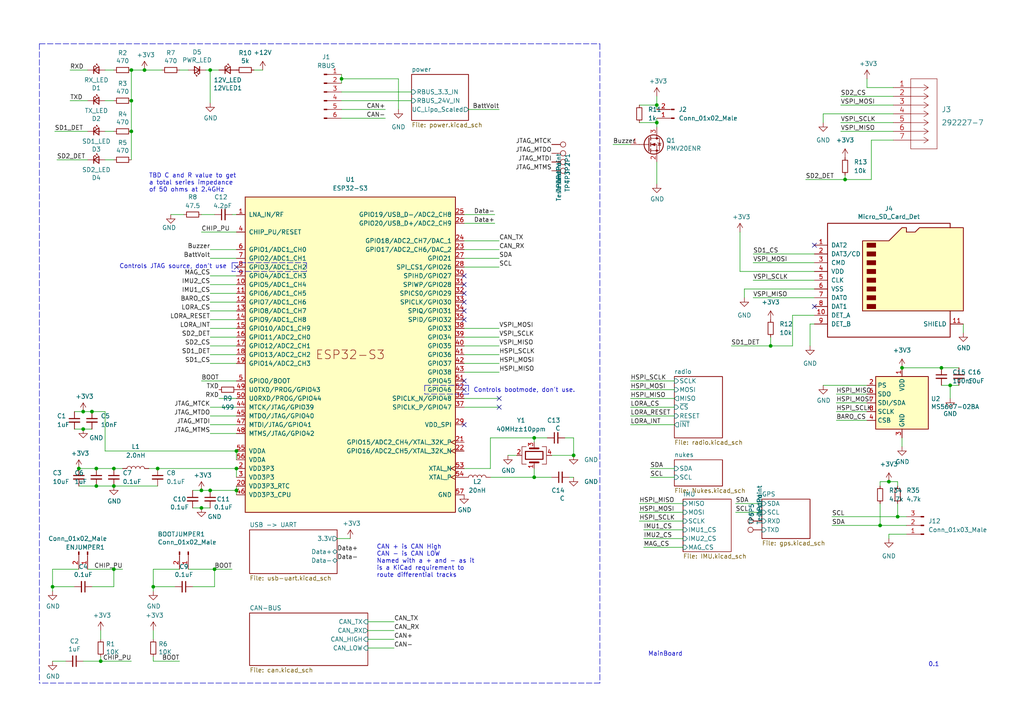
<source format=kicad_sch>
(kicad_sch (version 20211123) (generator eeschema)
  (paper "A4")
  (lib_symbols
    (symbol "Connector:Conn_01x02_Male" (pin_names (offset 1.016) hide)
      (property "Reference" "J" (at 0 2.54 0))
      (property "Value" "Conn_01x02_Male" (at 0 -5.08 0))
      (symbol "Conn_01x02_Male_1_1"
        (pin passive line (at 5.08 0 180) (length 3.81) (name "Pin_1") (number "1"))
        (pin passive line (at 5.08 -2.54 180) (length 3.81) (name "Pin_2") (number "2"))
      )
    )
    (symbol "Connector:Conn_01x03_Male" (pin_names (offset 1.016) hide)
      (property "Reference" "J" (at 0 5.08 0))
      (property "Value" "Conn_01x03_Male" (at 0 -5.08 0))
      (symbol "Conn_01x03_Male_1_1"
        (pin passive line (at 5.08 2.54 180) (length 3.81) (name "Pin_1") (number "1"))
        (pin passive line (at 5.08 0 180) (length 3.81) (name "Pin_2") (number "2"))
        (pin passive line (at 5.08 -2.54 180) (length 3.81) (name "Pin_3") (number "3"))
      )
    )
    (symbol "Connector:Conn_01x06_Male" (pin_names (offset 1.016) hide)
      (property "Reference" "J" (at 0 7.62 0))
      (property "Value" "Conn_01x06_Male" (at 0 -10.16 0))
      (symbol "Conn_01x06_Male_1_1"
        (pin passive line (at 5.08 5.08 180) (length 3.81) (name "Pin_1") (number "1"))
        (pin passive line (at 5.08 2.54 180) (length 3.81) (name "Pin_2") (number "2"))
        (pin passive line (at 5.08 0 180) (length 3.81) (name "Pin_3") (number "3"))
        (pin passive line (at 5.08 -2.54 180) (length 3.81) (name "Pin_4") (number "4"))
        (pin passive line (at 5.08 -5.08 180) (length 3.81) (name "Pin_5") (number "5"))
        (pin passive line (at 5.08 -7.62 180) (length 3.81) (name "Pin_6") (number "6"))
      )
    )
    (symbol "Connector:Micro_SD_Card_Det_Hirose_DM3AT" (pin_names (offset 1.016))
      (property "Reference" "J" (at -16.51 17.78 0))
      (property "Value" "Micro_SD_Card_Det_Hirose_DM3AT" (at 16.51 17.78 0))
      (symbol "Micro_SD_Card_Det_Hirose_DM3AT_1_1"
        (pin bidirectional line (at -22.86 10.16 0) (length 3.81) (name "DAT2") (number "1"))
        (pin passive line (at -22.86 -10.16 0) (length 3.81) (name "DET_A") (number "10"))
        (pin passive line (at 20.32 -12.7 180) (length 3.81) (name "SHIELD") (number "11"))
        (pin bidirectional line (at -22.86 7.62 0) (length 3.81) (name "DAT3/CD") (number "2"))
        (pin input line (at -22.86 5.08 0) (length 3.81) (name "CMD") (number "3"))
        (pin power_in line (at -22.86 2.54 0) (length 3.81) (name "VDD") (number "4"))
        (pin input line (at -22.86 0 0) (length 3.81) (name "CLK") (number "5"))
        (pin power_in line (at -22.86 -2.54 0) (length 3.81) (name "VSS") (number "6"))
        (pin bidirectional line (at -22.86 -5.08 0) (length 3.81) (name "DAT0") (number "7"))
        (pin bidirectional line (at -22.86 -7.62 0) (length 3.81) (name "DAT1") (number "8"))
        (pin passive line (at -22.86 -12.7 0) (length 3.81) (name "DET_B") (number "9"))
      )
    )
    (symbol "Connector:TestPoint" (pin_numbers hide) (pin_names (offset 0.762) hide)
      (property "Reference" "TP" (at 0 6.858 0))
      (property "Value" "TestPoint" (at 0 5.08 0))
      (symbol "TestPoint_1_1"
        (pin passive line (at 0 0 90) (length 2.54) (name "1") (number "1"))
      )
    )
    (symbol "Device:C_Small" (pin_numbers hide) (pin_names (offset 0.254) hide)
      (property "Reference" "C" (at 0.254 1.778 0))
      (property "Value" "C_Small" (at 0.254 -2.032 0))
      (symbol "C_Small_1_1"
        (pin passive line (at 0 2.54 270) (length 2.032) (name "~") (number "1"))
        (pin passive line (at 0 -2.54 90) (length 2.032) (name "~") (number "2"))
      )
    )
    (symbol "Device:Crystal_GND24" (pin_names (offset 1.016) hide)
      (property "Reference" "Y" (at 3.175 5.08 0))
      (property "Value" "Crystal_GND24" (at 3.175 3.175 0))
      (symbol "Crystal_GND24_1_1"
        (pin passive line (at -3.81 0 0) (length 1.27) (name "1") (number "1"))
        (pin passive line (at 0 5.08 270) (length 1.27) (name "2") (number "2"))
        (pin passive line (at 3.81 0 180) (length 1.27) (name "3") (number "3"))
        (pin passive line (at 0 -5.08 90) (length 1.27) (name "4") (number "4"))
      )
    )
    (symbol "Device:L" (pin_numbers hide) (pin_names (offset 1.016) hide)
      (property "Reference" "L" (at -1.27 0 90))
      (property "Value" "L" (at 1.905 0 90))
      (symbol "L_1_1"
        (pin passive line (at 0 3.81 270) (length 1.27) (name "1") (number "1"))
        (pin passive line (at 0 -3.81 90) (length 1.27) (name "2") (number "2"))
      )
    )
    (symbol "Device:LED_Small" (pin_numbers hide) (pin_names (offset 0.254) hide)
      (property "Reference" "D" (at -1.27 3.175 0))
      (property "Value" "LED_Small" (at -4.445 -2.54 0))
      (symbol "LED_Small_1_1"
        (pin passive line (at -2.54 0 0) (length 1.778) (name "K") (number "1"))
        (pin passive line (at 2.54 0 180) (length 1.778) (name "A") (number "2"))
      )
    )
    (symbol "Device:Q_NMOS_GSD" (pin_names (offset 0) hide)
      (property "Reference" "Q" (at 5.08 1.27 0))
      (property "Value" "Q_NMOS_GSD" (at 5.08 -1.27 0))
      (symbol "Q_NMOS_GSD_1_1"
        (pin input line (at -5.08 0 0) (length 2.54) (name "G") (number "1"))
        (pin passive line (at 2.54 -5.08 90) (length 2.54) (name "S") (number "2"))
        (pin passive line (at 2.54 5.08 270) (length 2.54) (name "D") (number "3"))
      )
    )
    (symbol "Device:R_Small" (pin_numbers hide) (pin_names (offset 0.254) hide)
      (property "Reference" "R" (at 0.762 0.508 0))
      (property "Value" "R_Small" (at 0.762 -1.016 0))
      (symbol "R_Small_1_1"
        (pin passive line (at 0 2.54 270) (length 0.762) (name "~") (number "1"))
        (pin passive line (at 0 -2.54 90) (length 0.762) (name "~") (number "2"))
      )
    )
    (symbol "Espressif:ESP32-S3" (pin_names (offset 1.016))
      (property "Reference" "U" (at 0 48.26 0))
      (property "Value" "ESP32-S3" (at 0 -48.26 0))
      (symbol "ESP32-S3_0_0"
        (text "ESP32-S3" (at 0 0 0) (effects (font (size 2.54 2.54))))
        (pin bidirectional line (at 33.02 -12.7 180) (length 2.54) (name "SPICLK_N/GPIO48") (number "36"))
        (pin bidirectional line (at 33.02 -15.24 180) (length 2.54) (name "SPICLK_P/GPIO47") (number "37"))
      )
      (symbol "ESP32-S3_1_1"
        (pin bidirectional line (at -33.02 40.64 0) (length 2.54) (name "LNA_IN/RF") (number "1"))
        (pin bidirectional line (at -33.02 20.32 0) (length 2.54) (name "GPIO5/ADC1_CH4") (number "10"))
        (pin bidirectional line (at -33.02 17.78 0) (length 2.54) (name "GPIO6/ADC1_CH5") (number "11"))
        (pin bidirectional line (at -33.02 15.24 0) (length 2.54) (name "GPIO7/ADC1_CH6") (number "12"))
        (pin bidirectional line (at -33.02 12.7 0) (length 2.54) (name "GPIO8/ADC1_CH7") (number "13"))
        (pin bidirectional line (at -33.02 10.16 0) (length 2.54) (name "GPIO9/ADC1_CH8") (number "14"))
        (pin bidirectional line (at -33.02 7.62 0) (length 2.54) (name "GPIO10/ADC1_CH9") (number "15"))
        (pin bidirectional line (at -33.02 5.08 0) (length 2.54) (name "GPIO11/ADC2_CH0") (number "16"))
        (pin bidirectional line (at -33.02 2.54 0) (length 2.54) (name "GPIO12/ADC2_CH1") (number "17"))
        (pin bidirectional line (at -33.02 0 0) (length 2.54) (name "GPIO13/ADC2_CH2") (number "18"))
        (pin bidirectional line (at -33.02 -2.54 0) (length 2.54) (name "GPIO14/ADC2_CH3") (number "19"))
        (pin power_in line (at -33.02 -33.02 0) (length 2.54) (name "VDD3P3") (number "2"))
        (pin power_in line (at -33.02 -38.1 0) (length 2.54) (name "VDD3P3_RTC") (number "20"))
        (pin input clock (at 33.02 -25.4 180) (length 2.54) (name "GPIO15/ADC2_CH4/XTAL_32K_P") (number "21"))
        (pin output clock (at 33.02 -27.94 180) (length 2.54) (name "GPIO16/ADC2_CH5/XTAL_32K_N") (number "22"))
        (pin bidirectional line (at 33.02 30.48 180) (length 2.54) (name "GPIO17/ADC2_CH6/DAC_2") (number "23"))
        (pin bidirectional line (at 33.02 33.02 180) (length 2.54) (name "GPIO18/ADC2_CH7/DAC_1") (number "24"))
        (pin bidirectional line (at 33.02 40.64 180) (length 2.54) (name "GPIO19/USB_D-/ADC2_CH8") (number "25"))
        (pin bidirectional line (at 33.02 38.1 180) (length 2.54) (name "GPIO20/USB_D+/ADC2_CH9") (number "26"))
        (pin bidirectional line (at 33.02 27.94 180) (length 2.54) (name "GPIO21") (number "27"))
        (pin bidirectional line (at 33.02 25.4 180) (length 2.54) (name "SPI_CS1/GPIO26") (number "28"))
        (pin power_out line (at 33.02 -20.32 180) (length 2.54) (name "VDD_SPI") (number "29"))
        (pin power_in line (at -33.02 -35.56 0) (length 2.54) (name "VDD3P3") (number "3"))
        (pin bidirectional line (at 33.02 22.86 180) (length 2.54) (name "SPIHD/GPIO27") (number "30"))
        (pin bidirectional line (at 33.02 20.32 180) (length 2.54) (name "SPIWP/GPIO28") (number "31"))
        (pin bidirectional line (at 33.02 17.78 180) (length 2.54) (name "SPICS0/GPIO29") (number "32"))
        (pin bidirectional line (at 33.02 15.24 180) (length 2.54) (name "SPICLK/GPIO30") (number "33"))
        (pin bidirectional line (at 33.02 12.7 180) (length 2.54) (name "SPIQ/GPIO31") (number "34"))
        (pin bidirectional line (at 33.02 10.16 180) (length 2.54) (name "SPID/GPIO32") (number "35"))
        (pin bidirectional line (at 33.02 7.62 180) (length 2.54) (name "GPIO33") (number "38"))
        (pin bidirectional line (at 33.02 5.08 180) (length 2.54) (name "GPIO34") (number "39"))
        (pin input line (at -33.02 35.56 0) (length 2.54) (name "CHIP_PU/RESET") (number "4"))
        (pin bidirectional line (at 33.02 2.54 180) (length 2.54) (name "GPIO35") (number "40"))
        (pin bidirectional line (at 33.02 0 180) (length 2.54) (name "GPIO36") (number "41"))
        (pin bidirectional line (at 33.02 -2.54 180) (length 2.54) (name "GPIO37") (number "42"))
        (pin bidirectional line (at 33.02 -5.08 180) (length 2.54) (name "GPIO38") (number "43"))
        (pin bidirectional line (at -33.02 -15.24 0) (length 2.54) (name "MTCK/JTAG/GPIO39") (number "44"))
        (pin bidirectional line (at -33.02 -17.78 0) (length 2.54) (name "MTDO/JTAG/GPIO40") (number "45"))
        (pin power_in line (at -33.02 -40.64 0) (length 2.54) (name "VDD3P3_CPU") (number "46"))
        (pin bidirectional line (at -33.02 -20.32 0) (length 2.54) (name "MTDI/JTAG/GPIO41") (number "47"))
        (pin bidirectional line (at -33.02 -22.86 0) (length 2.54) (name "MTMS/JTAG/GPIO42") (number "48"))
        (pin bidirectional line (at -33.02 -10.16 0) (length 2.54) (name "U0TXD/PROG/GPIO43") (number "49"))
        (pin bidirectional line (at -33.02 -7.62 0) (length 2.54) (name "GPIO0/BOOT") (number "5"))
        (pin bidirectional line (at -33.02 -12.7 0) (length 2.54) (name "U0RXD/PROG/GPIO44") (number "50"))
        (pin bidirectional line (at 33.02 -7.62 180) (length 2.54) (name "GPIO45") (number "51"))
        (pin bidirectional line (at 33.02 -10.16 180) (length 2.54) (name "GPIO46") (number "52"))
        (pin input clock (at 33.02 -33.02 180) (length 2.54) (name "XTAL_N") (number "53"))
        (pin output clock (at 33.02 -35.56 180) (length 2.54) (name "XTAL_P") (number "54"))
        (pin power_in line (at -33.02 -27.94 0) (length 2.54) (name "VDDA") (number "55"))
        (pin power_in line (at -33.02 -30.48 0) (length 2.54) (name "VDDA") (number "56"))
        (pin power_in line (at 33.02 -40.64 180) (length 2.54) (name "GND") (number "57"))
        (pin bidirectional line (at -33.02 30.48 0) (length 2.54) (name "GPIO1/ADC1_CH0") (number "6"))
        (pin bidirectional line (at -33.02 27.94 0) (length 2.54) (name "GPIO2/ADC1_CH1") (number "7"))
        (pin bidirectional line (at -33.02 25.4 0) (length 2.54) (name "GPIO3/ADC1_CH2") (number "8"))
        (pin bidirectional line (at -33.02 22.86 0) (length 2.54) (name "GPIO4/ADC1_CH3") (number "9"))
      )
    )
    (symbol "Sensor_Pressure:MS5607-02BA"
      (property "Reference" "U" (at -6.35 8.89 0))
      (property "Value" "MS5607-02BA" (at 7.62 8.89 0))
      (symbol "MS5607-02BA_1_1"
        (pin power_in line (at 0 10.16 270) (length 2.54) (name "VDD") (number "1"))
        (pin input line (at -10.16 5.08 0) (length 2.54) (name "PS") (number "2"))
        (pin power_in line (at 0 -10.16 90) (length 2.54) (name "GND") (number "3"))
        (pin input line (at -10.16 -5.08 0) (length 2.54) (name "CSB") (number "4"))
        (pin input line (at -10.16 -5.08 0) (length 2.54) hide (name "CSB") (number "5"))
        (pin output line (at -10.16 2.54 0) (length 2.54) (name "SDO") (number "6"))
        (pin bidirectional line (at -10.16 0 0) (length 2.54) (name "SDI/SDA") (number "7"))
        (pin input line (at -10.16 -2.54 0) (length 2.54) (name "SCLK") (number "8"))
      )
    )
    (symbol "iclr:292227-7" (pin_names (offset 0.254) hide)
      (property "Reference" "J" (at 8.89 6.35 0))
      (property "Value" "292227-7" (at 10.16 -7.62 0))
      (symbol "292227-7_1_1"
        (pin unspecified line (at 0 0 0) (length 5.08) (name "1") (number "1"))
        (pin unspecified line (at 0 -2.54 0) (length 5.08) (name "2") (number "2"))
        (pin unspecified line (at 0 -5.08 0) (length 5.08) (name "3") (number "3"))
        (pin unspecified line (at 0 -7.62 0) (length 5.08) (name "4") (number "4"))
        (pin unspecified line (at 0 -10.16 0) (length 5.08) (name "5") (number "5"))
        (pin unspecified line (at 0 -12.7 0) (length 5.08) (name "6") (number "6"))
        (pin unspecified line (at 0 -15.24 0) (length 5.08) (name "7") (number "7"))
      )
    )
    (symbol "power:+12V" (power) (pin_names (offset 0))
      (property "Value" "+12V" (at 0 3.556 0))
      (symbol "+12V_1_1"
        (pin power_in line (at 0 0 90) (length 0) hide (name "+12V") (number "1"))
      )
    )
    (symbol "power:+3.3V" (power) (pin_names (offset 0))
      (property "Value" "+3.3V" (at 0 3.556 0))
      (symbol "+3.3V_1_1"
        (pin power_in line (at 0 0 90) (length 0) hide (name "+3V3") (number "1"))
      )
    )
    (symbol "power:GND" (power) (pin_names (offset 0))
      (property "Value" "GND" (at 0 -3.81 0))
      (symbol "GND_1_1"
        (pin power_in line (at 0 0 270) (length 0) hide (name "GND") (number "1"))
      )
    )
  )
  (junction (at 190.5 30.48))
  (junction (at 45.72 135.89))
  (junction (at 33.02 140.97))
  (junction (at 261.62 106.68))
  (junction (at 273.05 106.68))
  (junction (at 33.02 165.1))
  (junction (at 22.86 135.89))
  (junction (at 41.91 20.32))
  (junction (at 154.94 138.43))
  (junction (at 255.27 152.4))
  (junction (at 24.13 119.38))
  (junction (at 26.67 119.38))
  (junction (at 99.06 22.86))
  (junction (at 15.24 170.18))
  (junction (at 58.42 147.32))
  (junction (at 60.96 142.24))
  (junction (at 33.02 135.89))
  (junction (at 29.21 191.77))
  (junction (at 24.13 124.46))
  (junction (at 38.1 29.21))
  (junction (at 154.94 127))
  (junction (at 44.45 170.18))
  (junction (at 166.37 132.08))
  (junction (at 223.52 100.33))
  (junction (at 62.23 165.1))
  (junction (at 68.58 135.89))
  (junction (at 68.58 130.81))
  (junction (at 27.94 140.97))
  (junction (at 260.35 149.86))
  (junction (at 38.1 38.1))
  (junction (at 257.81 139.7))
  (junction (at 38.1 20.32))
  (junction (at 190.5 35.56))
  (junction (at 245.11 52.07))
  (junction (at 58.42 142.24))
  (junction (at 60.96 20.32))
  (junction (at 27.94 135.89))
  (junction (at 275.59 111.76))
  (junction (at 68.58 142.24))
  (no_connect (at 236.22 71.12))
  (no_connect (at 134.62 110.49))
  (no_connect (at 236.22 88.9))
  (no_connect (at 144.78 118.11))
  (no_connect (at 134.62 90.17))
  (no_connect (at 134.62 80.01))
  (no_connect (at 134.62 92.71))
  (no_connect (at 134.62 113.03))
  (no_connect (at 144.78 115.57))
  (no_connect (at 68.58 77.47))
  (no_connect (at 134.62 123.19))
  (no_connect (at 134.62 82.55))
  (no_connect (at 134.62 85.09))
  (no_connect (at 134.62 87.63))
  (wire (pts (xy 99.06 22.86) (xy 115.57 22.86)))
  (wire (pts (xy 60.96 20.32) (xy 59.69 20.32)))
  (wire (pts (xy 44.45 182.88) (xy 44.45 185.42)))
  (wire (pts (xy 190.5 27.94) (xy 190.5 30.48)))
  (wire (pts (xy 260.35 146.05) (xy 260.35 149.86)))
  (wire (pts (xy 134.62 102.87) (xy 144.78 102.87)))
  (wire (pts (xy 160.02 132.08) (xy 166.37 132.08)))
  (wire (pts (xy 58.42 147.32) (xy 60.96 147.32)))
  (wire (pts (xy 134.62 118.11) (xy 144.78 118.11)))
  (wire (pts (xy 273.05 111.76) (xy 275.59 111.76)))
  (wire (pts (xy 182.88 110.49) (xy 195.58 110.49)))
  (wire (pts (xy 22.86 140.97) (xy 27.94 140.97)))
  (wire (pts (xy 60.96 92.71) (xy 68.58 92.71)))
  (wire (pts (xy 29.21 191.77) (xy 29.21 190.5)))
  (wire (pts (xy 60.96 74.93) (xy 68.58 74.93)))
  (wire (pts (xy 241.3 152.4) (xy 255.27 152.4)))
  (wire (pts (xy 15.24 165.1) (xy 15.24 170.18)))
  (wire (pts (xy 238.76 33.02) (xy 238.76 35.56)))
  (wire (pts (xy 154.94 127) (xy 154.94 128.27)))
  (wire (pts (xy 55.88 142.24) (xy 58.42 142.24)))
  (wire (pts (xy 44.45 165.1) (xy 52.07 165.1)))
  (wire (pts (xy 229.87 100.33) (xy 223.52 100.33)))
  (wire (pts (xy 21.59 119.38) (xy 24.13 119.38)))
  (wire (pts (xy 63.5 20.32) (xy 60.96 20.32)))
  (wire (pts (xy 30.48 20.32) (xy 33.02 20.32)))
  (wire (pts (xy 182.88 120.65) (xy 195.58 120.65)))
  (wire (pts (xy 259.08 40.64) (xy 252.73 40.64)))
  (wire (pts (xy 134.62 95.25) (xy 144.78 95.25)))
  (wire (pts (xy 38.1 20.32) (xy 41.91 20.32)))
  (wire (pts (xy 242.57 119.38) (xy 251.46 119.38)))
  (wire (pts (xy 234.95 100.33) (xy 234.95 93.98)))
  (wire (pts (xy 15.24 170.18) (xy 15.24 171.45)))
  (wire (pts (xy 99.06 21.59) (xy 99.06 22.86)))
  (wire (pts (xy 134.62 97.79) (xy 144.78 97.79)))
  (wire (pts (xy 38.1 29.21) (xy 38.1 38.1)))
  (wire (pts (xy 215.9 83.82) (xy 215.9 86.36)))
  (wire (pts (xy 255.27 140.97) (xy 255.27 139.7)))
  (wire (pts (xy 44.45 165.1) (xy 44.45 170.18)))
  (wire (pts (xy 63.5 115.57) (xy 68.58 115.57)))
  (wire (pts (xy 97.79 156.21) (xy 101.6 156.21)))
  (wire (pts (xy 243.84 27.94) (xy 259.08 27.94)))
  (wire (pts (xy 21.59 170.18) (xy 15.24 170.18)))
  (wire (pts (xy 99.06 22.86) (xy 99.06 24.13)))
  (wire (pts (xy 33.02 140.97) (xy 45.72 140.97)))
  (wire (pts (xy 27.94 135.89) (xy 33.02 135.89)))
  (polyline (pts (xy 123.19 111.76) (xy 123.19 114.3)))
  (wire (pts (xy 52.07 191.77) (xy 44.45 191.77)))
  (polyline (pts (xy 135.89 114.3) (xy 123.19 114.3)))
  (wire (pts (xy 218.44 76.2) (xy 236.22 76.2)))
  (wire (pts (xy 147.32 132.08) (xy 149.86 132.08)))
  (wire (pts (xy 38.1 38.1) (xy 38.1 46.355)))
  (wire (pts (xy 55.88 170.18) (xy 62.23 170.18)))
  (wire (pts (xy 214.63 67.31) (xy 214.63 78.74)))
  (wire (pts (xy 215.9 83.82) (xy 236.22 83.82)))
  (wire (pts (xy 242.57 114.3) (xy 251.46 114.3)))
  (wire (pts (xy 60.96 72.39) (xy 68.58 72.39)))
  (wire (pts (xy 60.96 125.73) (xy 68.58 125.73)))
  (wire (pts (xy 190.5 46.99) (xy 190.5 53.34)))
  (wire (pts (xy 188.595 135.89) (xy 195.58 135.89)))
  (wire (pts (xy 261.62 106.68) (xy 273.05 106.68)))
  (wire (pts (xy 255.27 152.4) (xy 262.89 152.4)))
  (wire (pts (xy 218.44 81.28) (xy 236.22 81.28)))
  (wire (pts (xy 60.96 80.01) (xy 68.58 80.01)))
  (wire (pts (xy 49.53 62.23) (xy 53.34 62.23)))
  (wire (pts (xy 142.24 135.89) (xy 142.24 127)))
  (wire (pts (xy 60.96 90.17) (xy 68.58 90.17)))
  (wire (pts (xy 24.13 191.77) (xy 29.21 191.77)))
  (wire (pts (xy 134.62 74.93) (xy 144.78 74.93)))
  (wire (pts (xy 220.98 148.59) (xy 213.36 148.59)))
  (wire (pts (xy 45.72 135.89) (xy 68.58 135.89)))
  (wire (pts (xy 233.68 52.07) (xy 245.11 52.07)))
  (wire (pts (xy 134.62 72.39) (xy 144.78 72.39)))
  (wire (pts (xy 134.62 107.95) (xy 144.78 107.95)))
  (wire (pts (xy 188.595 138.43) (xy 195.58 138.43)))
  (wire (pts (xy 186.69 158.75) (xy 198.12 158.75)))
  (wire (pts (xy 20.32 20.32) (xy 25.4 20.32)))
  (wire (pts (xy 220.98 146.05) (xy 213.36 146.05)))
  (wire (pts (xy 52.07 20.32) (xy 54.61 20.32)))
  (wire (pts (xy 41.91 20.32) (xy 46.99 20.32)))
  (wire (pts (xy 279.4 96.52) (xy 279.4 93.98)))
  (wire (pts (xy 60.96 142.24) (xy 68.58 142.24)))
  (wire (pts (xy 134.62 69.85) (xy 144.78 69.85)))
  (wire (pts (xy 67.31 62.23) (xy 68.58 62.23)))
  (wire (pts (xy 30.48 130.81) (xy 68.58 130.81)))
  (wire (pts (xy 26.67 170.18) (xy 33.02 170.18)))
  (wire (pts (xy 251.46 25.4) (xy 259.08 25.4)))
  (wire (pts (xy 186.69 156.21) (xy 198.12 156.21)))
  (wire (pts (xy 158.75 127) (xy 154.94 127)))
  (wire (pts (xy 99.06 29.21) (xy 119.38 29.21)))
  (wire (pts (xy 25.4 165.1) (xy 33.02 165.1)))
  (wire (pts (xy 242.57 121.92) (xy 251.46 121.92)))
  (wire (pts (xy 243.84 38.1) (xy 259.08 38.1)))
  (polyline (pts (xy 135.89 111.76) (xy 135.89 114.3)))
  (wire (pts (xy 257.81 139.7) (xy 260.35 139.7)))
  (wire (pts (xy 182.88 41.91) (xy 177.8 41.91)))
  (wire (pts (xy 33.02 170.18) (xy 33.02 165.1)))
  (wire (pts (xy 30.48 29.21) (xy 33.02 29.21)))
  (wire (pts (xy 166.37 127) (xy 163.83 127)))
  (wire (pts (xy 182.88 113.03) (xy 195.58 113.03)))
  (wire (pts (xy 21.59 124.46) (xy 24.13 124.46)))
  (wire (pts (xy 190.5 35.56) (xy 190.5 36.83)))
  (wire (pts (xy 15.24 191.77) (xy 19.05 191.77)))
  (wire (pts (xy 29.21 182.88) (xy 29.21 185.42)))
  (wire (pts (xy 68.58 142.24) (xy 68.58 140.97)))
  (wire (pts (xy 43.18 135.89) (xy 45.72 135.89)))
  (wire (pts (xy 166.37 138.43) (xy 165.1 138.43)))
  (polyline (pts (xy 67.31 76.2) (xy 67.31 78.74)))
  (wire (pts (xy 58.42 142.24) (xy 60.96 142.24)))
  (wire (pts (xy 68.58 142.24) (xy 68.58 143.51)))
  (wire (pts (xy 68.58 130.81) (xy 68.58 133.35)))
  (wire (pts (xy 54.61 165.1) (xy 62.23 165.1)))
  (polyline (pts (xy 11.43 12.7) (xy 11.43 198.12)))
  (wire (pts (xy 24.13 119.38) (xy 26.67 119.38)))
  (wire (pts (xy 229.87 91.44) (xy 229.87 100.33)))
  (wire (pts (xy 106.68 187.96) (xy 114.3 187.96)))
  (wire (pts (xy 106.68 182.88) (xy 114.3 182.88)))
  (wire (pts (xy 60.96 120.65) (xy 68.58 120.65)))
  (wire (pts (xy 60.96 100.33) (xy 68.58 100.33)))
  (polyline (pts (xy 123.19 111.76) (xy 135.89 111.76)))
  (wire (pts (xy 20.32 29.21) (xy 25.4 29.21)))
  (wire (pts (xy 260.35 149.86) (xy 262.89 149.86)))
  (wire (pts (xy 76.2 20.32) (xy 73.66 20.32)))
  (wire (pts (xy 134.62 105.41) (xy 144.78 105.41)))
  (wire (pts (xy 22.86 135.89) (xy 27.94 135.89)))
  (wire (pts (xy 190.5 30.48) (xy 190.5 31.75)))
  (wire (pts (xy 106.68 185.42) (xy 114.3 185.42)))
  (wire (pts (xy 182.88 115.57) (xy 195.58 115.57)))
  (wire (pts (xy 273.05 106.68) (xy 278.13 106.68)))
  (wire (pts (xy 251.46 22.86) (xy 251.46 25.4)))
  (wire (pts (xy 27.94 140.97) (xy 33.02 140.97)))
  (wire (pts (xy 229.87 91.44) (xy 236.22 91.44)))
  (wire (pts (xy 218.44 86.36) (xy 236.22 86.36)))
  (wire (pts (xy 242.57 116.84) (xy 251.46 116.84)))
  (wire (pts (xy 60.96 97.79) (xy 68.58 97.79)))
  (wire (pts (xy 99.06 26.67) (xy 119.38 26.67)))
  (wire (pts (xy 24.13 124.46) (xy 26.67 124.46)))
  (wire (pts (xy 55.88 147.32) (xy 58.42 147.32)))
  (wire (pts (xy 134.62 115.57) (xy 144.78 115.57)))
  (wire (pts (xy 166.37 127) (xy 166.37 132.08)))
  (wire (pts (xy 44.45 170.18) (xy 44.45 171.45)))
  (wire (pts (xy 185.42 35.56) (xy 190.5 35.56)))
  (wire (pts (xy 212.09 100.33) (xy 223.52 100.33)))
  (wire (pts (xy 185.42 30.48) (xy 190.5 30.48)))
  (wire (pts (xy 234.95 93.98) (xy 236.22 93.98)))
  (wire (pts (xy 33.02 165.1) (xy 35.56 165.1)))
  (wire (pts (xy 257.81 154.94) (xy 262.89 154.94)))
  (wire (pts (xy 60.96 95.25) (xy 68.58 95.25)))
  (wire (pts (xy 60.96 102.87) (xy 68.58 102.87)))
  (wire (pts (xy 60.96 118.11) (xy 68.58 118.11)))
  (wire (pts (xy 60.96 85.09) (xy 68.58 85.09)))
  (wire (pts (xy 238.76 111.76) (xy 251.46 111.76)))
  (wire (pts (xy 134.62 100.33) (xy 144.78 100.33)))
  (wire (pts (xy 243.84 30.48) (xy 259.08 30.48)))
  (wire (pts (xy 135.89 31.75) (xy 144.78 31.75)))
  (wire (pts (xy 50.8 170.18) (xy 44.45 170.18)))
  (wire (pts (xy 99.06 31.75) (xy 111.76 31.75)))
  (wire (pts (xy 160.02 138.43) (xy 154.94 138.43)))
  (wire (pts (xy 275.59 115.57) (xy 275.59 111.76)))
  (wire (pts (xy 252.73 40.64) (xy 252.73 52.07)))
  (wire (pts (xy 241.3 149.86) (xy 260.35 149.86)))
  (wire (pts (xy 62.23 170.18) (xy 62.23 165.1)))
  (wire (pts (xy 134.62 77.47) (xy 144.78 77.47)))
  (polyline (pts (xy 11.43 12.7) (xy 173.99 12.7)))
  (polyline (pts (xy 173.99 198.12) (xy 11.43 198.12)))
  (wire (pts (xy 58.42 110.49) (xy 68.58 110.49)))
  (wire (pts (xy 257.81 156.21) (xy 257.81 154.94)))
  (wire (pts (xy 29.21 191.77) (xy 38.1 191.77)))
  (polyline (pts (xy 67.31 76.2) (xy 88.9 76.2)))
  (wire (pts (xy 243.84 35.56) (xy 259.08 35.56)))
  (wire (pts (xy 67.31 165.1) (xy 62.23 165.1)))
  (wire (pts (xy 186.69 153.67) (xy 198.12 153.67)))
  (wire (pts (xy 252.73 52.07) (xy 245.11 52.07)))
  (wire (pts (xy 30.48 38.1) (xy 33.02 38.1)))
  (wire (pts (xy 68.58 135.89) (xy 68.58 138.43)))
  (wire (pts (xy 255.27 146.05) (xy 255.27 152.4)))
  (wire (pts (xy 154.94 135.89) (xy 154.94 138.43)))
  (wire (pts (xy 214.63 78.74) (xy 236.22 78.74)))
  (wire (pts (xy 16.51 46.355) (xy 25.4 46.355)))
  (wire (pts (xy 30.48 46.355) (xy 33.02 46.355)))
  (wire (pts (xy 134.62 135.89) (xy 142.24 135.89)))
  (wire (pts (xy 15.24 165.1) (xy 22.86 165.1)))
  (wire (pts (xy 134.62 62.23) (xy 143.51 62.23)))
  (wire (pts (xy 185.42 151.13) (xy 198.12 151.13)))
  (wire (pts (xy 223.52 100.33) (xy 223.52 97.79)))
  (wire (pts (xy 33.02 135.89) (xy 35.56 135.89)))
  (polyline (pts (xy 88.9 76.2) (xy 88.9 78.74)))
  (wire (pts (xy 245.11 52.07) (xy 245.11 50.8)))
  (wire (pts (xy 182.88 118.11) (xy 195.58 118.11)))
  (wire (pts (xy 60.96 87.63) (xy 68.58 87.63)))
  (wire (pts (xy 58.42 67.31) (xy 68.58 67.31)))
  (wire (pts (xy 185.42 146.05) (xy 198.12 146.05)))
  (wire (pts (xy 15.875 38.1) (xy 25.4 38.1)))
  (wire (pts (xy 182.88 123.19) (xy 195.58 123.19)))
  (wire (pts (xy 60.96 82.55) (xy 68.58 82.55)))
  (wire (pts (xy 106.68 180.34) (xy 114.3 180.34)))
  (wire (pts (xy 60.96 123.19) (xy 68.58 123.19)))
  (wire (pts (xy 275.59 111.76) (xy 278.13 111.76)))
  (wire (pts (xy 60.96 20.32) (xy 60.96 29.845)))
  (wire (pts (xy 260.35 139.7) (xy 260.35 140.97)))
  (wire (pts (xy 218.44 73.66) (xy 236.22 73.66)))
  (wire (pts (xy 255.27 139.7) (xy 257.81 139.7)))
  (wire (pts (xy 185.42 148.59) (xy 198.12 148.59)))
  (wire (pts (xy 261.62 129.54) (xy 261.62 127)))
  (wire (pts (xy 99.06 34.29) (xy 111.76 34.29)))
  (polyline (pts (xy 173.99 12.7) (xy 173.99 198.12)))
  (wire (pts (xy 58.42 62.23) (xy 62.23 62.23)))
  (wire (pts (xy 60.96 105.41) (xy 68.58 105.41)))
  (wire (pts (xy 30.48 119.38) (xy 30.48 130.81)))
  (wire (pts (xy 134.62 64.77) (xy 143.51 64.77)))
  (polyline (pts (xy 88.9 78.74) (xy 67.31 78.74)))
  (wire (pts (xy 115.57 22.86) (xy 115.57 31.75)))
  (wire (pts (xy 238.76 33.02) (xy 259.08 33.02)))
  (wire (pts (xy 190.5 34.29) (xy 190.5 35.56)))
  (wire (pts (xy 142.24 138.43) (xy 154.94 138.43)))
  (wire (pts (xy 44.45 191.77) (xy 44.45 190.5)))
  (wire (pts (xy 142.24 127) (xy 154.94 127)))
  (wire (pts (xy 26.67 119.38) (xy 30.48 119.38)))
  (wire (pts (xy 38.1 20.32) (xy 38.1 29.21)))
  (text "Controls JTAG source, don't use\n" (at 65.8157 78.0878 180) (effects (font (size 1.27 1.27)) (justify right bottom)))
  (text "TBD C and R value to get\na total series impedance\nof 50 ohms at 2.4GHz\n" (at 43.18 55.88 0) (effects (font (size 1.27 1.27)) (justify left bottom)))
  (text "CAN + is CAN High\nCAN - is CAN LOW\nNamed with a + and - as it\nis a KiCad requirement to\nroute differential tracks\n" (at 109.22 167.64 0) (effects (font (size 1.27 1.27)) (justify left bottom)))
  (text "MainBoard\n" (at 187.96 190.5 0) (effects (font (size 1.27 1.27)) (justify left bottom)))
  (text "Controls bootmode, don't use.\n" (at 137.3194 113.9757 0) (effects (font (size 1.27 1.27)) (justify left bottom)))
  (text "0.1\n\n" (at 269.24 195.58 0) (effects (font (size 1.27 1.27)) (justify left bottom)))
  (label "JTAG_MTMS" (at 60.96 125.73 180))
  (label "SDA" (at 213.36 146.05 0))
  (label "LORA_RESET" (at 182.88 120.65 0))
  (label "BOOT" (at 58.42 110.49 0))
  (label "IMU1_CS" (at 60.96 85.09 180))
  (label "HSPI_MOSI" (at 242.57 116.84 0))
  (label "JTAG_MTDO" (at 60.96 120.65 180))
  (label "JTAG_MTDO" (at 160.02 44.45 180))
  (label "IMU2_CS" (at 186.69 156.21 0))
  (label "VSPI_MISO" (at 243.84 38.1 0))
  (label "SD2_CS" (at 60.96 100.33 180))
  (label "LORA_INT" (at 60.96 95.25 180))
  (label "SDA" (at 241.3 152.4 0))
  (label "SCL" (at 241.3 149.86 0))
  (label "VSPI_MISO" (at 144.78 100.33 0))
  (label "CAN_RX" (at 144.78 72.39 0))
  (label "MAG_CS" (at 60.96 80.01 180))
  (label "LORA_CS" (at 182.88 118.11 0))
  (label "TXD" (at 20.32 29.21 0))
  (label "LORA_RESET" (at 60.96 92.71 180))
  (label "SD1_CS" (at 218.44 73.66 0))
  (label "RXD" (at 63.5 115.57 180))
  (label "SD1_DET" (at 212.09 100.33 0))
  (label "HSPI_MISO" (at 182.88 115.57 0))
  (label "VSPI_MOSI" (at 144.78 95.25 0))
  (label "SD2_DET" (at 16.51 46.355 0))
  (label "CHIP_PU" (at 35.56 165.1 180))
  (label "CAN-" (at 114.3 187.96 0))
  (label "CHIP_PU" (at 38.1 191.77 180))
  (label "Data+" (at 97.79 160.02 0))
  (label "HSPI_SCLK" (at 144.78 102.87 0))
  (label "LORA_CS" (at 60.96 90.17 180))
  (label "CAN-" (at 111.76 34.29 180))
  (label "HSPI_MOSI" (at 182.88 113.03 0))
  (label "HSPI_SCLK" (at 185.42 151.13 0))
  (label "SD1_DET" (at 15.875 38.1 0))
  (label "HSPI_SCLK" (at 182.88 110.49 0))
  (label "Data-" (at 143.51 62.23 180))
  (label "VSPI_SCLK" (at 144.78 97.79 0))
  (label "JTAG_MTCK" (at 60.96 118.11 180))
  (label "SDA" (at 144.78 74.93 0))
  (label "SCL" (at 144.78 77.47 0))
  (label "CAN_RX" (at 114.3 182.88 0))
  (label "HSPI_MISO" (at 185.42 146.05 0))
  (label "SCL" (at 213.36 148.59 0))
  (label "LORA_INT" (at 182.88 123.19 0))
  (label "CAN+" (at 114.3 185.42 0))
  (label "HSPI_MOSI" (at 185.42 148.59 0))
  (label "BattVolt" (at 60.96 74.93 180))
  (label "IMU1_CS" (at 186.69 153.67 0))
  (label "SD2_CS" (at 243.84 27.94 0))
  (label "BARO_CS" (at 242.57 121.92 0))
  (label "SDA" (at 188.595 135.89 0))
  (label "HSPI_MISO" (at 144.78 107.95 0))
  (label "HSPI_MISO" (at 242.57 114.3 0))
  (label "HSPI_SCLK" (at 242.57 119.38 0))
  (label "Buzzer" (at 60.96 72.39 180))
  (label "Data+" (at 143.51 64.77 180))
  (label "SD2_DET" (at 233.68 52.07 0))
  (label "VSPI_MISO" (at 218.44 86.36 0))
  (label "CAN_TX" (at 114.3 180.34 0))
  (label "CAN+" (at 111.76 31.75 180))
  (label "RXD" (at 20.32 20.32 0))
  (label "JTAG_MTCK" (at 160.02 41.91 180))
  (label "BOOT" (at 67.31 165.1 180))
  (label "BOOT" (at 52.07 191.77 180))
  (label "MAG_CS" (at 186.69 158.75 0))
  (label "IMU2_CS" (at 60.96 82.55 180))
  (label "HSPI_MOSI" (at 144.78 105.41 0))
  (label "BARO_CS" (at 60.96 87.63 180))
  (label "JTAG_MTDI" (at 60.96 123.19 180))
  (label "SD1_CS" (at 60.96 105.41 180))
  (label "VSPI_MOSI" (at 243.84 30.48 0))
  (label "VSPI_SCLK" (at 243.84 35.56 0))
  (label "SD2_DET" (at 60.96 97.79 180))
  (label "Buzzer" (at 177.8 41.91 0))
  (label "JTAG_MTMS" (at 160.02 49.53 180))
  (label "CHIP_PU" (at 58.42 67.31 0))
  (label "VSPI_SCLK" (at 218.44 81.28 0))
  (label "CAN_TX" (at 144.78 69.85 0))
  (label "SD1_DET" (at 60.96 102.87 180))
  (label "TXD" (at 63.5 113.03 180))
  (label "JTAG_MTDI" (at 160.02 46.99 180))
  (label "Data-" (at 97.79 162.56 0))
  (label "VSPI_MOSI" (at 218.44 76.2 0))
  (label "SCL" (at 188.595 138.43 0))
  (label "BattVolt" (at 144.78 31.75 180))
  (symbol (lib_id "power:+3.3V") (at 257.81 139.7 0) (unit 1)
    (property "Reference" "#PWR0130" (effects hide))
    (property "Value" "+3.3V" (at 257.81 134.62 0))
  )
  (symbol (lib_id "power:GND") (at 275.59 115.57 0) (unit 1)
    (property "Reference" "#PWR034" (effects hide))
    (property "Value" "GND" (at 275.59 120.015 0))
  )
  (symbol (lib_id "Device:C_Small") (at 27.94 138.43 0) (unit 1)
    (property "Reference" "C6" (at 21.59 137.16 0) (effects (justify left)))
    (property "Value" "1uF" (at 21.59 139.7 0) (effects (justify left)))
    (property "Footprint" "Capacitor_SMD:C_0402_1005Metric" (effects hide))
  )
  (symbol (lib_id "Device:C_Small") (at 278.13 109.22 0) (unit 1)
    (property "Reference" "C16" (at 280.67 107.9562 0) (effects (justify left)))
    (property "Value" "10uF" (at 280.67 110.4962 0) (effects (justify left)))
    (property "Footprint" "Capacitor_SMD:C_0402_1005Metric" (effects hide))
  )
  (symbol (lib_id "Connector:TestPoint") (at 160.02 44.45 270) (unit 1)
    (property "Reference" "TP2" (at 164.5921 46.99 0) (effects (justify left)))
    (property "Value" "TestPoint" (at 162.0521 46.99 0) (effects (justify left)))
    (property "Footprint" "TestPoint:TestPoint_Pad_D1.0mm" (effects hide))
  )
  (symbol (lib_id "Device:R_Small") (at 255.27 143.51 180) (unit 1)
    (property "Reference" "R34" (at 257.81 142.2399 0) (effects (justify right)))
    (property "Value" "4.7k" (at 257.81 144.7799 0) (effects (justify right)))
  )
  (symbol (lib_id "Device:LED_Small") (at 27.94 29.21 0) (unit 1)
    (property "Reference" "D2" (at 27.94 34.417 0))
    (property "Value" "TX_LED" (at 27.94 32.1056 0))
    (property "Footprint" "LED_SMD:LED_0402_1005Metric" (effects hide))
  )
  (symbol (lib_id "power:+12V") (at 76.2 20.32 0) (unit 1)
    (property "Reference" "#PWR015" (effects hide))
    (property "Value" "+12V" (at 76.2 15.24 0))
  )
  (symbol (lib_id "power:+3.3V") (at 41.91 20.32 0) (unit 1)
    (property "Reference" "#PWR08" (effects hide))
    (property "Value" "+3.3V" (at 42.291 15.9258 0))
  )
  (symbol (lib_id "power:GND") (at 44.45 171.45 0) (unit 1)
    (property "Reference" "#PWR09" (effects hide))
    (property "Value" "GND" (at 44.577 175.8442 0))
  )
  (symbol (lib_id "Connector:Conn_01x02_Male") (at 195.58 34.29 180) (unit 1)
    (property "Reference" "J2" (at 196.85 31.7499 0) (effects (justify right)))
    (property "Value" "Conn_01x02_Male" (at 196.85 34.2899 0) (effects (justify right)))
    (property "Footprint" "Connector_JST:JST_PH_B2B-PH-K_1x02_P2.00mm_Vertical" (effects hide))
  )
  (symbol (lib_id "Connector:Micro_SD_Card_Det_Hirose_DM3AT") (at 259.08 81.28 0) (unit 1)
    (property "Reference" "J4" (at 257.81 60.5282 0))
    (property "Value" "Micro_SD_Card_Det" (at 257.81 62.8396 0))
    (property "Footprint" "Connector_Card:microSD_HC_Hirose_DM3AT-SF-PEJM5" (effects hide))
    (property "Datasheet" "https://www.hirose.com/product/en/download_file/key_name/DM3/category/Catalog/doc_file_id/49662/?file_category_id=4&item_id=195&is_series=1" (effects hide))
  )
  (symbol (lib_id "Device:C_Small") (at 53.34 170.18 270) (unit 1)
    (property "Reference" "C9" (at 53.34 164.3634 90))
    (property "Value" "0.1uF" (at 53.34 166.6748 90))
    (property "Footprint" "Capacitor_SMD:C_0402_1005Metric" (effects hide))
  )
  (symbol (lib_id "power:+3.3V") (at 22.86 135.89 0) (unit 1)
    (property "Reference" "#PWR03" (effects hide))
    (property "Value" "+3.3V" (at 23.241 131.4958 0))
  )
  (symbol (lib_id "power:+3.3V") (at 261.62 106.68 0) (unit 1)
    (property "Reference" "#PWR032" (effects hide))
    (property "Value" "+3.3V" (at 261.62 101.6 0))
  )
  (symbol (lib_id "Device:R_Small") (at 245.11 48.26 0) (unit 1)
    (property "Reference" "R13" (at 247.65 46.9899 0) (effects (justify left)))
    (property "Value" "10k" (at 247.65 49.5299 0) (effects (justify left)))
    (property "Footprint" "Resistor_SMD:R_0402_1005Metric" (effects hide))
  )
  (symbol (lib_id "power:+3.3V") (at 58.42 142.24 0) (unit 1)
    (property "Reference" "#PWR012" (effects hide))
    (property "Value" "+3.3V" (at 58.801 137.8458 0))
  )
  (symbol (lib_id "power:GND") (at 234.95 100.33 0) (unit 1)
    (property "Reference" "#PWR027" (effects hide))
    (property "Value" "GND" (at 234.95 105.41 0))
  )
  (symbol (lib_id "Device:Q_NMOS_GSD") (at 187.96 41.91 0) (unit 1)
    (property "Reference" "Q1" (at 193.1924 40.7416 0) (effects (justify left)))
    (property "Value" "PMV20ENR" (at 193.1924 43.053 0) (effects (justify left)))
    (property "Footprint" "Package_TO_SOT_SMD:SOT-23" (effects hide))
  )
  (symbol (lib_id "Connector:TestPoint") (at 220.98 151.13 90) (unit 1)
    (property "Reference" "TP5" (at 217.9828 149.6568 0) (effects (justify left)))
    (property "Value" "TestPoint" (at 220.2942 149.6568 0) (effects (justify left)))
    (property "Footprint" "TestPoint:TestPoint_Pad_D1.0mm" (effects hide))
  )
  (symbol (lib_id "Device:L") (at 39.37 135.89 90) (unit 1)
    (property "Reference" "L1" (at 39.37 129.54 90))
    (property "Value" "2.0nH" (at 39.37 132.08 90))
    (property "Footprint" "Inductor_SMD:L_0402_1005Metric" (effects hide))
  )
  (symbol (lib_id "Connector:Conn_01x06_Male") (at 93.98 26.67 0) (unit 1)
    (property "Reference" "J1" (at 94.615 16.51 0))
    (property "Value" "RBUS" (at 94.615 19.05 0))
    (property "Footprint" "Connector_Molex:Molex_Mini-Fit_Jr_5566-06A_2x03_P4.20mm_Vertical" (effects hide))
  )
  (symbol (lib_id "Device:C_Small") (at 21.59 121.92 0) (unit 1)
    (property "Reference" "C1" (at 16.51 120.65 0) (effects (justify left)))
    (property "Value" "1uF" (at 16.51 123.19 0) (effects (justify left)))
    (property "Footprint" "Capacitor_SMD:C_0402_1005Metric" (effects hide))
  )
  (symbol (lib_id "power:+3.3V") (at 101.6 156.21 0) (unit 1)
    (property "Reference" "#PWR016" (effects hide))
    (property "Value" "+3.3V" (at 101.981 151.8158 0))
  )
  (symbol (lib_id "power:+3.3V") (at 214.63 67.31 0) (unit 1)
    (property "Reference" "#PWR024" (effects hide))
    (property "Value" "+3.3V" (at 215.011 62.9158 0))
  )
  (symbol (lib_id "Device:R_Small") (at 55.88 62.23 90) (unit 1)
    (property "Reference" "R8" (at 55.88 57.15 90))
    (property "Value" "47.5" (at 55.88 59.69 90))
    (property "Footprint" "Resistor_SMD:R_0402_1005Metric" (effects hide))
  )
  (symbol (lib_id "Device:C_Small") (at 64.77 62.23 90) (unit 1)
    (property "Reference" "C12" (at 66.04 57.15 90) (effects (justify left)))
    (property "Value" "4.2pF" (at 67.31 59.69 90) (effects (justify left)))
    (property "Footprint" "Capacitor_SMD:C_0402_1005Metric" (effects hide))
  )
  (symbol (lib_id "power:GND") (at 49.53 62.23 0) (unit 1)
    (property "Reference" "#PWR011" (effects hide))
    (property "Value" "GND" (at 46.99 66.04 0) (effects (justify left)))
  )
  (symbol (lib_id "power:+3.3V") (at 251.46 22.86 0) (unit 1)
    (property "Reference" "#PWR031" (effects hide))
    (property "Value" "+3.3V" (at 251.841 18.4658 0))
  )
  (symbol (lib_id "power:GND") (at 238.76 111.76 0) (unit 1)
    (property "Reference" "#PWR029" (effects hide))
    (property "Value" "GND" (at 238.887 116.1542 0))
  )
  (symbol (lib_id "Device:C_Small") (at 21.59 191.77 270) (unit 1)
    (property "Reference" "C2" (at 21.59 185.9534 90))
    (property "Value" "1uF" (at 21.59 188.2648 90))
    (property "Footprint" "Capacitor_SMD:C_0402_1005Metric" (effects hide))
  )
  (symbol (lib_id "Device:R_Small") (at 44.45 187.96 0) (unit 1)
    (property "Reference" "R6" (at 45.9486 186.7916 0) (effects (justify left)))
    (property "Value" "10K" (at 45.9486 189.103 0) (effects (justify left)))
    (property "Footprint" "Resistor_SMD:R_0402_1005Metric" (effects hide))
  )
  (symbol (lib_id "power:GND") (at 190.5 53.34 0) (unit 1)
    (property "Reference" "#PWR023" (effects hide))
    (property "Value" "GND" (at 190.627 57.7342 0))
  )
  (symbol (lib_id "power:GND") (at 257.81 156.21 0) (unit 1)
    (property "Reference" "#PWR0131" (effects hide))
    (property "Value" "GND" (at 257.81 161.29 0))
  )
  (symbol (lib_id "Device:C_Small") (at 55.88 144.78 0) (unit 1)
    (property "Reference" "C10" (at 52.07 144.78 0))
    (property "Value" "0.1uF" (at 52.07 147.0914 0))
    (property "Footprint" "Capacitor_SMD:C_0402_1005Metric" (effects hide))
  )
  (symbol (lib_id "Device:R_Small") (at 185.42 33.02 0) (unit 1)
    (property "Reference" "R11" (at 187.96 31.7499 0) (effects (justify left)))
    (property "Value" "1k" (at 187.96 34.2899 0) (effects (justify left)))
    (property "Footprint" "Resistor_SMD:R_0402_1005Metric" (effects hide))
  )
  (symbol (lib_id "power:GND") (at 261.62 129.54 0) (unit 1)
    (property "Reference" "#PWR033" (effects hide))
    (property "Value" "GND" (at 261.747 133.9342 0))
  )
  (symbol (lib_id "Connector:Conn_01x03_Male") (at 267.97 152.4 180) (unit 1)
    (property "Reference" "J12" (at 269.24 151.1299 0) (effects (justify right)))
    (property "Value" "Conn_01x03_Male" (at 269.24 153.6699 0) (effects (justify right)))
    (property "Footprint" "Connector_PinHeader_2.54mm:PinHeader_1x03_P2.54mm_Vertical" (effects hide))
  )
  (symbol (lib_id "power:GND") (at 115.57 31.75 0) (unit 1)
    (property "Reference" "#PWR017" (effects hide))
    (property "Value" "GND" (at 115.57 36.83 0))
  )
  (symbol (lib_id "power:+3.3V") (at 24.13 119.38 0) (unit 1)
    (property "Reference" "#PWR04" (effects hide))
    (property "Value" "+3.3V" (at 24.511 114.9858 0))
  )
  (symbol (lib_id "power:GND") (at 15.24 191.77 0) (unit 1)
    (property "Reference" "#PWR02" (effects hide))
    (property "Value" "GND" (at 15.367 196.1642 0))
  )
  (symbol (lib_id "Device:C_Small") (at 60.96 144.78 0) (unit 1)
    (property "Reference" "C11" (at 64.77 144.78 0))
    (property "Value" "0.1uF" (at 64.77 147.0914 0))
    (property "Footprint" "Capacitor_SMD:C_0402_1005Metric" (effects hide))
  )
  (symbol (lib_id "Device:C_Small") (at 24.13 170.18 270) (unit 1)
    (property "Reference" "C4" (at 24.13 164.3634 90))
    (property "Value" "0.1uF" (at 24.13 166.6748 90))
    (property "Footprint" "Capacitor_SMD:C_0402_1005Metric" (effects hide))
  )
  (symbol (lib_id "power:GND") (at 279.4 96.52 0) (unit 1)
    (property "Reference" "#PWR035" (effects hide))
    (property "Value" "GND" (at 279.527 100.9142 0))
  )
  (symbol (lib_id "Connector:TestPoint") (at 220.98 153.67 90) (unit 1)
    (property "Reference" "TP6" (at 217.9828 152.1968 0) (effects (justify left)))
    (property "Value" "TestPoint" (at 220.2942 152.1968 0) (effects (justify left)))
    (property "Footprint" "TestPoint:TestPoint_Pad_D1.0mm" (effects hide))
  )
  (symbol (lib_id "power:+3.3V") (at 44.45 182.88 0) (unit 1)
    (property "Reference" "#PWR010" (effects hide))
    (property "Value" "+3.3V" (at 44.831 178.4858 0))
  )
  (symbol (lib_id "Connector:Conn_01x02_Male") (at 25.4 160.02 270) (unit 1)
    (property "Reference" "ENJUMPER1" (at 19.05 158.75 90) (effects (justify left)))
    (property "Value" "Conn_01x02_Male" (at 13.97 156.21 90) (effects (justify left)))
    (property "Footprint" "Connector_PinHeader_2.54mm:PinHeader_1x02_P2.54mm_Vertical" (effects hide))
  )
  (symbol (lib_id "power:GND") (at 60.96 29.845 0) (unit 1)
    (property "Reference" "#PWR014" (effects hide))
    (property "Value" "GND" (at 61.087 34.2392 0))
  )
  (symbol (lib_id "Device:LED_Small") (at 57.15 20.32 180) (unit 1)
    (property "Reference" "D5" (at 57.15 15.113 0))
    (property "Value" "PWR_LED" (at 57.15 17.4244 0))
    (property "Footprint" "LED_SMD:LED_0402_1005Metric" (effects hide))
  )
  (symbol (lib_id "Device:R_Small") (at 35.56 20.32 270) (unit 1)
    (property "Reference" "R2" (at 35.56 15.3416 90))
    (property "Value" "470" (at 35.56 17.653 90))
    (property "Footprint" "Resistor_SMD:R_0402_1005Metric" (effects hide))
  )
  (symbol (lib_id "Device:R_Small") (at 260.35 143.51 180) (unit 1)
    (property "Reference" "R35" (at 262.89 142.2399 0) (effects (justify right)))
    (property "Value" "4.7k" (at 262.89 144.7799 0) (effects (justify right)))
  )
  (symbol (lib_id "power:+3.3V") (at 190.5 27.94 0) (unit 1)
    (property "Reference" "#PWR022" (effects hide))
    (property "Value" "+3.3V" (at 190.881 23.5458 0))
  )
  (symbol (lib_id "power:GND") (at 166.37 132.08 0) (unit 1)
    (property "Reference" "#PWR020" (effects hide))
    (property "Value" "GND" (at 171.45 133.35 0))
  )
  (symbol (lib_id "power:GND") (at 147.32 132.08 0) (unit 1)
    (property "Reference" "#PWR019" (effects hide))
    (property "Value" "GND" (at 147.447 136.4742 0))
  )
  (symbol (lib_id "Espressif:ESP32-S3") (at 101.6 102.87 0) (unit 1)
    (property "Reference" "U1" (at 101.6 52.07 0))
    (property "Value" "ESP32-S3" (at 101.6 54.61 0))
    (property "Footprint" "Package_DFN_QFN:QFN-56-1EP_7x7mm_P0.4mm_EP5.6x5.6mm" (effects hide))
    (property "Datasheet" "https://www.espressif.com/sites/default/files/documentation/esp32-s3_datasheet_en.pdf" (effects hide))
  )
  (symbol (lib_id "power:GND") (at 166.37 138.43 0) (unit 1)
    (property "Reference" "#PWR021" (effects hide))
    (property "Value" "GND" (at 171.45 139.7 0))
  )
  (symbol (lib_id "power:GND") (at 58.42 147.32 0) (unit 1)
    (property "Reference" "#PWR013" (effects hide))
    (property "Value" "GND" (at 62.23 149.86 0))
  )
  (symbol (lib_id "Device:C_Small") (at 26.67 121.92 0) (unit 1)
    (property "Reference" "C5" (at 29.21 120.6562 0) (effects (justify left)))
    (property "Value" "10nF" (at 29.21 123.1962 0) (effects (justify left)))
    (property "Footprint" "Capacitor_SMD:C_0402_1005Metric" (effects hide))
  )
  (symbol (lib_id "Device:LED_Small") (at 27.94 46.355 0) (unit 1)
    (property "Reference" "D4" (at 27.94 51.562 0))
    (property "Value" "SD2_LED" (at 27.94 49.2506 0))
    (property "Footprint" "LED_SMD:LED_0402_1005Metric" (effects hide))
  )
  (symbol (lib_id "power:GND") (at 238.76 35.56 0) (unit 1)
    (property "Reference" "#PWR028" (effects hide))
    (property "Value" "GND" (at 238.76 40.64 0))
  )
  (symbol (lib_id "Connector:Conn_01x02_Male") (at 54.61 160.02 270) (unit 1)
    (property "Reference" "BOOTJUMPER1" (at 45.72 154.94 90) (effects (justify left)))
    (property "Value" "Conn_01x02_Male" (at 45.72 157.2514 90) (effects (justify left)))
    (property "Footprint" "Connector_PinHeader_2.54mm:PinHeader_1x02_P2.54mm_Vertical" (effects hide))
  )
  (symbol (lib_id "Device:LED_Small") (at 27.94 20.32 0) (unit 1)
    (property "Reference" "D1" (at 27.94 25.527 0))
    (property "Value" "RX_LED" (at 27.94 23.2156 0))
    (property "Footprint" "LED_SMD:LED_0402_1005Metric" (effects hide))
  )
  (symbol (lib_id "Device:C_Small") (at 162.56 138.43 90) (unit 1)
    (property "Reference" "C14" (at 163.83 142.24 90) (effects (justify left)))
    (property "Value" "C" (at 163.83 144.5514 90) (effects (justify left)))
    (property "Footprint" "Capacitor_SMD:C_0402_1005Metric" (effects hide))
  )
  (symbol (lib_id "power:GND") (at 33.02 140.97 0) (unit 1)
    (property "Reference" "#PWR07" (effects hide))
    (property "Value" "GND" (at 33.147 145.3642 0))
  )
  (symbol (lib_id "Device:LED_Small") (at 27.94 38.1 0) (unit 1)
    (property "Reference" "D3" (at 27.94 43.307 0))
    (property "Value" "SD1_LED" (at 27.94 40.9956 0))
    (property "Footprint" "LED_SMD:LED_0402_1005Metric" (effects hide))
  )
  (symbol (lib_id "Device:R_Small") (at 49.53 20.32 270) (unit 1)
    (property "Reference" "R7" (at 49.53 15.3416 90))
    (property "Value" "470" (at 49.53 17.653 90))
    (property "Footprint" "Resistor_SMD:R_0402_1005Metric" (effects hide))
  )
  (symbol (lib_id "Device:L") (at 138.43 138.43 90) (unit 1)
    (property "Reference" "L2" (at 138.43 139.7 90))
    (property "Value" "20nH" (at 138.43 142.24 90))
    (property "Footprint" "Inductor_SMD:L_0402_1005Metric" (effects hide))
  )
  (symbol (lib_id "Device:C_Small") (at 161.29 127 90) (unit 1)
    (property "Reference" "C13" (at 162.56 121.92 90) (effects (justify left)))
    (property "Value" "C" (at 162.56 124.2314 90) (effects (justify left)))
    (property "Footprint" "Capacitor_SMD:C_0402_1005Metric" (effects hide))
  )
  (symbol (lib_id "Device:C_Small") (at 45.72 138.43 0) (unit 1)
    (property "Reference" "C8" (at 48.26 137.1662 0) (effects (justify left)))
    (property "Value" "0.1uF" (at 48.26 139.7062 0) (effects (justify left)))
    (property "Footprint" "Capacitor_SMD:C_0402_1005Metric" (effects hide))
  )
  (symbol (lib_id "power:GND") (at 215.9 86.36 0) (unit 1)
    (property "Reference" "#PWR025" (effects hide))
    (property "Value" "GND" (at 215.9 91.44 0))
  )
  (symbol (lib_id "Device:R_Small") (at 35.56 29.21 270) (unit 1)
    (property "Reference" "R3" (at 35.56 24.2316 90))
    (property "Value" "470" (at 35.56 26.543 90))
    (property "Footprint" "Resistor_SMD:R_0402_1005Metric" (effects hide))
  )
  (symbol (lib_id "Connector:TestPoint") (at 160.02 49.53 270) (unit 1)
    (property "Reference" "TP4" (at 164.5921 52.07 0) (effects (justify left)))
    (property "Value" "TestPoint" (effects hide))
    (property "Footprint" "TestPoint:TestPoint_Pad_D1.0mm" (effects hide))
  )
  (symbol (lib_id "Connector:TestPoint") (at 160.02 46.99 270) (unit 1)
    (property "Reference" "TP3" (at 164.5921 49.53 0) (effects (justify left)))
    (property "Value" "TestPoint" (at 162.0521 49.53 0) (effects (justify left)))
    (property "Footprint" "TestPoint:TestPoint_Pad_D1.0mm" (effects hide))
  )
  (symbol (lib_id "Device:C_Small") (at 273.05 109.22 0) (unit 1)
    (property "Reference" "C15" (at 276.225 107.9562 0) (effects (justify left)))
    (property "Value" "100nF" (at 276.225 110.4962 0) (effects (justify left)))
    (property "Footprint" "Capacitor_SMD:C_0402_1005Metric" (effects hide))
  )
  (symbol (lib_id "Connector:TestPoint") (at 160.02 41.91 270) (unit 1)
    (property "Reference" "TP1" (at 164.5921 44.45 0) (effects (justify left)))
    (property "Value" "TestPoint" (at 162.0521 44.45 0) (effects (justify left)))
    (property "Footprint" "TestPoint:TestPoint_Pad_D1.0mm" (effects hide))
  )
  (symbol (lib_id "Device:R_Small") (at 66.04 113.03 90) (unit 1)
    (property "Reference" "R9" (at 66.04 115.57 90))
    (property "Value" "499" (at 66.04 118.11 90))
    (property "Footprint" "Resistor_SMD:R_0402_1005Metric" (effects hide))
  )
  (symbol (lib_id "power:+3.3V") (at 29.21 182.88 0) (unit 1)
    (property "Reference" "#PWR06" (effects hide))
    (property "Value" "+3.3V" (at 29.591 178.4858 0))
  )
  (symbol (lib_id "Device:R_Small") (at 35.56 38.1 270) (unit 1)
    (property "Reference" "R4" (at 35.56 33.1216 90))
    (property "Value" "470" (at 35.56 35.433 90))
    (property "Footprint" "Resistor_SMD:R_0402_1005Metric" (effects hide))
  )
  (symbol (lib_id "iclr:292227-7") (at 259.08 25.4 0) (unit 1)
    (property "Reference" "J3" (at 273.05 31.75 0) (effects (font (size 1.524 1.524)) (justify left)))
    (property "Value" "292227-7" (at 273.05 35.56 0) (effects (font (size 1.524 1.524)) (justify left)))
    (property "Footprint" "iclr:292227-7" (effects hide))
  )
  (symbol (lib_id "power:GND") (at 134.62 143.51 0) (unit 1)
    (property "Reference" "#PWR018" (effects hide))
    (property "Value" "GND" (at 134.747 147.9042 0))
  )
  (symbol (lib_id "Device:R_Small") (at 29.21 187.96 0) (unit 1)
    (property "Reference" "R1" (at 30.7086 186.7916 0) (effects (justify left)))
    (property "Value" "10K" (at 30.7086 189.103 0) (effects (justify left)))
    (property "Footprint" "Resistor_SMD:R_0402_1005Metric" (effects hide))
  )
  (symbol (lib_id "Device:C_Small") (at 22.86 138.43 0) (unit 1)
    (property "Reference" "C3" (at 15.24 137.16 0) (effects (justify left)))
    (property "Value" "10uF" (at 15.24 139.7 0) (effects (justify left)))
    (property "Footprint" "Capacitor_SMD:C_0402_1005Metric" (effects hide))
  )
  (symbol (lib_id "Device:R_Small") (at 35.56 46.355 270) (unit 1)
    (property "Reference" "R5" (at 35.56 41.3766 90))
    (property "Value" "470" (at 35.56 43.688 90))
    (property "Footprint" "Resistor_SMD:R_0402_1005Metric" (effects hide))
  )
  (symbol (lib_id "power:+3.3V") (at 245.11 45.72 0) (unit 1)
    (property "Reference" "#PWR030" (effects hide))
    (property "Value" "+3.3V" (at 245.11 40.64 0))
  )
  (symbol (lib_id "Device:LED_Small") (at 66.04 20.32 0) (unit 1)
    (property "Reference" "12VLED1" (at 66.04 25.527 0))
    (property "Value" "12V_LED" (at 66.04 23.2156 0))
    (property "Footprint" "Resistor_SMD:R_0402_1005Metric" (effects hide))
  )
  (symbol (lib_id "Device:R_Small") (at 223.52 95.25 0) (unit 1)
    (property "Reference" "R12" (at 226.06 93.9799 0) (effects (justify left)))
    (property "Value" "10k" (at 226.06 96.5199 0) (effects (justify left)))
    (property "Footprint" "Resistor_SMD:R_0402_1005Metric" (effects hide))
  )
  (symbol (lib_id "Device:C_Small") (at 33.02 138.43 0) (unit 1)
    (property "Reference" "C7" (at 35.56 137.1662 0) (effects (justify left)))
    (property "Value" "0.1uF" (at 35.56 139.7062 0) (effects (justify left)))
    (property "Footprint" "Capacitor_SMD:C_0402_1005Metric" (effects hide))
  )
  (symbol (lib_id "Device:R_Small") (at 71.12 20.32 270) (unit 1)
    (property "Reference" "R10" (at 71.12 15.3416 90))
    (property "Value" "5k" (at 71.12 17.653 90))
    (property "Footprint" "Resistor_SMD:R_0603_1608Metric" (effects hide))
  )
  (symbol (lib_id "Device:Crystal_GND24") (at 154.94 132.08 90) (unit 1)
    (property "Reference" "Y1" (at 151.13 121.92 90))
    (property "Value" "40MHz±10ppm" (at 151.13 124.46 90))
    (property "Footprint" "Crystal:Crystal_SMD_2016-4Pin_2.0x1.6mm" (effects hide))
  )
  (symbol (lib_id "power:+3.3V") (at 223.52 92.71 0) (unit 1)
    (property "Reference" "#PWR026" (effects hide))
    (property "Value" "+3.3V" (at 223.52 87.63 0))
  )
  (symbol (lib_id "power:GND") (at 15.24 171.45 0) (unit 1)
    (property "Reference" "#PWR01" (effects hide))
    (property "Value" "GND" (at 15.367 175.8442 0))
  )
  (symbol (lib_id "power:GND") (at 24.13 124.46 0) (unit 1)
    (property "Reference" "#PWR05" (effects hide))
    (property "Value" "GND" (at 27.94 127 0))
  )
  (symbol (lib_id "Sensor_Pressure:MS5607-02BA") (at 261.62 116.84 0) (unit 1)
    (property "Reference" "U2" (at 270.002 115.6716 0) (effects (justify left)))
    (property "Value" "MS5607-02BA" (at 270.002 117.983 0) (effects (justify left)))
    (property "Footprint" "Package_LGA:LGA-8_3x5mm_P1.25mm" (effects hide))
    (property "Datasheet" "https://www.te.com/commerce/DocumentDelivery/DDEController?Action=showdoc&DocId=Data+Sheet%7FMS5607-02BA03%7FB2%7Fpdf%7FEnglish%7FENG_DS_MS5607-02BA03_B2.pdf%7FCAT-BLPS0035" (effects hide))
  )
  (sheet (at 119.38 21.59) (size 16.51 13.335) (stroke (width 0.1524))
    (property "Sheet name" "power" (at 119.38 20.8784 0) (effects (justify left bottom)))
    (property "Sheet file" "power.kicad_sch" (at 119.38 35.5096 0) (effects (justify left top)))
    (pin "RBUS_24V_IN" input (at 119.38 29.21 180))
    (pin "RBUS_3.3_IN" input (at 119.38 26.67 180))
    (pin "UC_Lipo_Scaled" output (at 135.89 31.75 0))
  )
  (sheet (at 220.98 144.78) (size 13.97 11.43)
    (property "Sheet name" "GPS" (at 220.98 144.0684 0) (effects (justify left bottom)))
    (property "Sheet file" "gps.kicad_sch" (at 220.98 156.7946 0) (effects (justify left top)))
    (pin "SDA" input (at 220.98 146.05 180))
    (pin "SCL" input (at 220.98 148.59 180))
    (pin "RXD" input (at 220.98 151.13 180))
    (pin "TXD" input (at 220.98 153.67 180))
  )
  (sheet (at 198.12 144.78) (size 13.97 15.24)
    (property "Sheet name" "IMU" (at 198.12 144.0684 0) (effects (justify left bottom)))
    (property "Sheet file" "IMU.kicad_sch" (at 198.12 160.6046 0) (effects (justify left top)))
    (pin "MISO" input (at 198.12 146.05 180))
    (pin "MOSI" input (at 198.12 148.59 180))
    (pin "SCLK" input (at 198.12 151.13 180))
    (pin "MAG_CS" input (at 198.12 158.75 180))
    (pin "IMU2_CS" input (at 198.12 156.21 180))
    (pin "IMU1_CS" input (at 198.12 153.67 180))
  )
  (sheet (at 72.39 177.8) (size 34.29 15.24)
    (property "Sheet name" "CAN-BUS" (at 72.39 177.0884 0) (effects (justify left bottom)))
    (property "Sheet file" "can.kicad_sch" (at 72.39 193.6246 0) (effects (justify left top)))
    (pin "CAN_TX" input (at 106.68 180.34 0))
    (pin "CAN_RX" output (at 106.68 182.88 0))
    (pin "CAN_HIGH" input (at 106.68 185.42 0))
    (pin "CAN_LOW" input (at 106.68 187.96 0))
  )
  (sheet (at 195.58 109.22) (size 13.97 17.78)
    (property "Sheet name" "radio" (at 195.58 108.5084 0) (effects (justify left bottom)))
    (property "Sheet file" "radio.kicad_sch" (at 195.58 127.5846 0) (effects (justify left top)))
    (pin "SCLK" input (at 195.58 110.49 180))
    (pin "MOSI" input (at 195.58 113.03 180))
    (pin "MISO" output (at 195.58 115.57 180))
    (pin "~{CS}" input (at 195.58 118.11 180))
    (pin "RESET" input (at 195.58 120.65 180))
    (pin "~{INT}" output (at 195.58 123.19 180))
  )
  (sheet (at 195.58 133.35) (size 13.97 7.62)
    (property "Sheet name" "nukes" (at 195.58 132.6384 0) (effects (justify left bottom)))
    (property "Sheet file" "Nukes.kicad_sch" (at 195.58 141.5546 0) (effects (justify left top)))
    (pin "SDA" input (at 195.58 135.89 180))
    (pin "SCL" input (at 195.58 138.43 180))
  )
  (sheet (at 72.39 153.67) (size 25.4 12.7)
    (property "Sheet name" "USB -> UART" (at 72.39 152.9584 0) (effects (justify left bottom)))
    (property "Sheet file" "usb-uart.kicad_sch" (at 72.39 166.9546 0) (effects (justify left top)))
    (pin "3.3V" output (at 97.79 156.21 0))
    (pin "Data+" bidirectional (at 97.79 160.02 0))
    (pin "Data-" bidirectional (at 97.79 162.56 0))
  )
)
</source>
